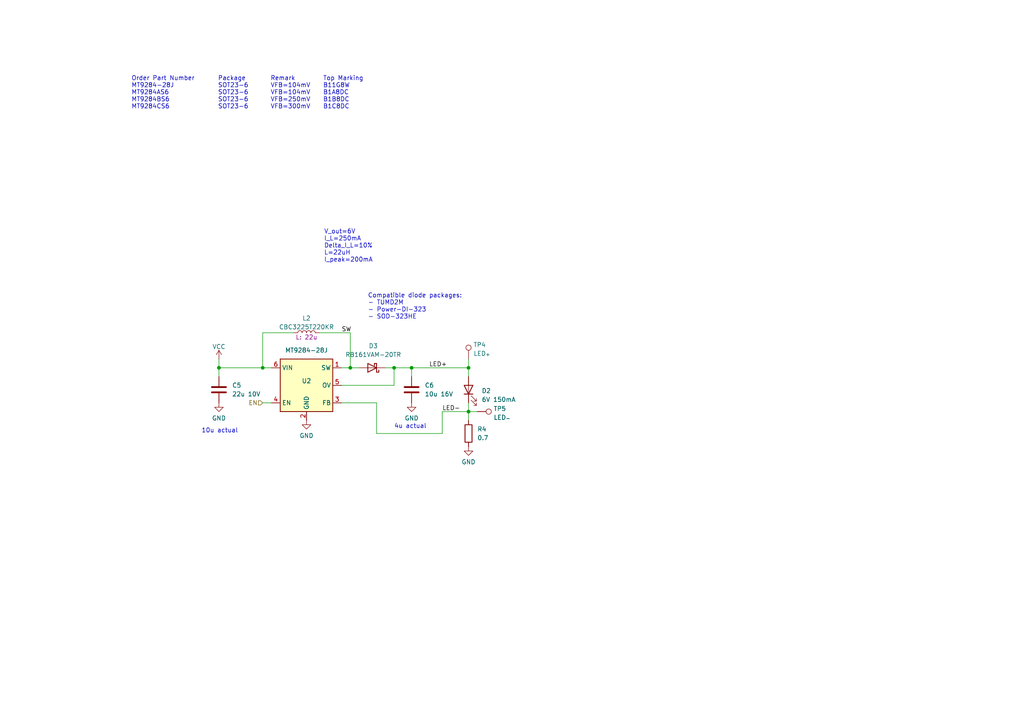
<source format=kicad_sch>
(kicad_sch (version 20231120) (generator "eeschema") (generator_version "8.0")
  (paper "A4")
  (lib_symbols
    (symbol "Connector:TestPoint" (pin_numbers hide) (pin_names (offset 0.762) hide)
      (property "Reference" "TP" (at 0 6.858 0))
      (property "Value" "TestPoint" (at 0 5.08 0))
      (symbol "TestPoint_0_1"
        (circle (center 0 3.302) (radius 0.762))
      )
      (symbol "TestPoint_1_1"
        (pin passive line (at 0 0 90) (length 2.54) (name "1") (number "1"))
      )
    )
    (symbol "Device:C" (pin_numbers hide) (pin_names (offset 0.254))
      (property "Reference" "C" (at 0.635 2.54 0))
      (property "Value" "C" (at 0.635 -2.54 0))
      (symbol "C_0_1"
        (polyline (pts (xy -2.032 -0.762) (xy 2.032 -0.762)) (stroke (width 0.508)))
        (polyline (pts (xy -2.032 0.762) (xy 2.032 0.762)) (stroke (width 0.508)))
      )
      (symbol "C_1_1"
        (pin passive line (at 0 3.81 270) (length 2.794) (name "~") (number "1"))
        (pin passive line (at 0 -3.81 90) (length 2.794) (name "~") (number "2"))
      )
    )
    (symbol "Device:D_Schottky" (pin_numbers hide) (pin_names (offset 1.016) hide)
      (property "Reference" "D" (at 0 2.54 0))
      (property "Value" "D_Schottky" (at 0 -2.54 0))
      (symbol "D_Schottky_0_1"
        (polyline (pts (xy 1.27 0) (xy -1.27 0)))
        (polyline (pts (xy 1.27 1.27) (xy 1.27 -1.27) (xy -1.27 0) (xy 1.27 1.27)) (stroke (width 0.254)))
        (polyline (pts (xy -1.905 0.635) (xy -1.905 1.27) (xy -1.27 1.27) (xy -1.27 -1.27) (xy -0.635 -1.27) (xy -0.635 -0.635)) (stroke (width 0.254)))
      )
      (symbol "D_Schottky_1_1"
        (pin passive line (at -3.81 0 0) (length 2.54) (name "K") (number "1"))
        (pin passive line (at 3.81 0 180) (length 2.54) (name "A") (number "2"))
      )
    )
    (symbol "Device:L" (pin_numbers hide) (pin_names (offset 1.016) hide)
      (property "Reference" "L" (at -1.27 0 90))
      (property "Value" "L" (at 1.905 0 90))
      (symbol "L_0_1"
        (arc (start 0 -2.54) (mid 0.6323 -1.905) (end 0 -1.27))
        (arc (start 0 -1.27) (mid 0.6323 -0.635) (end 0 0))
        (arc (start 0 0) (mid 0.6323 0.635) (end 0 1.27))
        (arc (start 0 1.27) (mid 0.6323 1.905) (end 0 2.54))
      )
      (symbol "L_1_1"
        (pin passive line (at 0 3.81 270) (length 1.27) (name "1") (number "1"))
        (pin passive line (at 0 -3.81 90) (length 1.27) (name "2") (number "2"))
      )
    )
    (symbol "Device:LED" (pin_numbers hide) (pin_names (offset 1.016) hide)
      (property "Reference" "D" (at 0 2.54 0))
      (property "Value" "LED" (at 0 -2.54 0))
      (symbol "LED_0_1"
        (polyline (pts (xy -1.27 -1.27) (xy -1.27 1.27)) (stroke (width 0.254)))
        (polyline (pts (xy -1.27 0) (xy 1.27 0)))
        (polyline (pts (xy 1.27 -1.27) (xy 1.27 1.27) (xy -1.27 0) (xy 1.27 -1.27)) (stroke (width 0.254)))
        (polyline (pts (xy -3.048 -0.762) (xy -4.572 -2.286) (xy -3.81 -2.286) (xy -4.572 -2.286) (xy -4.572 -1.524)))
        (polyline (pts (xy -1.778 -0.762) (xy -3.302 -2.286) (xy -2.54 -2.286) (xy -3.302 -2.286) (xy -3.302 -1.524)))
      )
      (symbol "LED_1_1"
        (pin passive line (at -3.81 0 0) (length 2.54) (name "K") (number "1"))
        (pin passive line (at 3.81 0 180) (length 2.54) (name "A") (number "2"))
      )
    )
    (symbol "Device:R" (pin_numbers hide) (pin_names (offset 0))
      (property "Reference" "R" (at 2.032 0 90))
      (property "Value" "R" (at 0 0 90))
      (symbol "R_0_1"
        (rectangle (start -1.016 -2.54) (end 1.016 2.54) (stroke (width 0.254)))
      )
      (symbol "R_1_1"
        (pin passive line (at 0 3.81 270) (length 1.27) (name "~") (number "1"))
        (pin passive line (at 0 -3.81 90) (length 1.27) (name "~") (number "2"))
      )
    )
    (symbol "Driver_LED:LT3465"
      (property "Reference" "U?" (at 0 13.97 0))
      (property "Value" "MT9284" (at 0 11.43 0))
      (symbol "LT3465_0_1"
        (rectangle (start -7.62 10.16) (end 7.62 -5.08) (stroke (width 0.254)) (fill (type background)))
      )
      (symbol "LT3465_1_1"
        (pin power_in line (at 10.16 7.62 180) (length 2.54) (name "SW") (number "1"))
        (pin power_in line (at 0 -7.62 90) (length 2.54) (name "GND") (number "2"))
        (pin input line (at 10.16 -2.54 180) (length 2.54) (name "FB") (number "3"))
        (pin input line (at -10.16 -2.54 0) (length 2.54) (name "EN") (number "4"))
        (pin input line (at 10.16 2.54 180) (length 2.54) (name "OV") (number "5"))
        (pin power_in line (at -10.16 7.62 0) (length 2.54) (name "VIN") (number "6"))
      )
    )
    (symbol "power:GND" (power) (pin_names (offset 0))
      (property "Value" "GND" (at 0 -3.81 0))
      (symbol "GND_0_1"
        (polyline (pts (xy 0 0) (xy 0 -1.27) (xy 1.27 -1.27) (xy 0 -2.54) (xy -1.27 -1.27) (xy 0 -1.27)))
      )
      (symbol "GND_1_1"
        (pin power_in line (at 0 0 270) (length 0) hide (name "GND") (number "1"))
      )
    )
    (symbol "power:VCC" (power) (pin_names (offset 0))
      (property "Value" "VCC" (at 0 3.81 0))
      (symbol "VCC_0_1"
        (polyline (pts (xy -0.762 1.27) (xy 0 2.54)))
        (polyline (pts (xy 0 0) (xy 0 2.54)))
        (polyline (pts (xy 0 2.54) (xy 0.762 1.27)))
      )
      (symbol "VCC_1_1"
        (pin power_in line (at 0 0 90) (length 0) hide (name "VCC") (number "1"))
      )
    )
  )
  (junction (at 135.89 119.38))
  (junction (at 135.89 106.68))
  (junction (at 76.2 106.68))
  (junction (at 101.6 106.68))
  (junction (at 114.3 106.68))
  (junction (at 119.38 106.68))
  (junction (at 63.5 106.68))
  (wire (pts (xy 114.3 111.76) (xy 114.3 106.68)))
  (wire (pts (xy 101.6 96.52) (xy 101.6 106.68)))
  (wire (pts (xy 135.89 116.84) (xy 135.89 119.38)))
  (wire (pts (xy 135.89 109.22) (xy 135.89 106.68)))
  (wire (pts (xy 109.22 125.73) (xy 128.27 125.73)))
  (wire (pts (xy 128.27 125.73) (xy 128.27 119.38)))
  (wire (pts (xy 63.5 106.68) (xy 76.2 106.68)))
  (wire (pts (xy 101.6 106.68) (xy 99.06 106.68)))
  (wire (pts (xy 104.14 106.68) (xy 101.6 106.68)))
  (wire (pts (xy 63.5 109.22) (xy 63.5 106.68)))
  (wire (pts (xy 114.3 106.68) (xy 119.38 106.68)))
  (wire (pts (xy 135.89 119.38) (xy 138.43 119.38)))
  (wire (pts (xy 119.38 109.22) (xy 119.38 106.68)))
  (wire (pts (xy 128.27 119.38) (xy 135.89 119.38)))
  (wire (pts (xy 135.89 104.14) (xy 135.89 106.68)))
  (wire (pts (xy 63.5 104.14) (xy 63.5 106.68)))
  (wire (pts (xy 76.2 96.52) (xy 76.2 106.68)))
  (wire (pts (xy 119.38 106.68) (xy 135.89 106.68)))
  (wire (pts (xy 135.89 119.38) (xy 135.89 121.92)))
  (wire (pts (xy 99.06 111.76) (xy 114.3 111.76)))
  (wire (pts (xy 92.71 96.52) (xy 101.6 96.52)))
  (wire (pts (xy 99.06 116.84) (xy 109.22 116.84)))
  (wire (pts (xy 114.3 106.68) (xy 111.76 106.68)))
  (wire (pts (xy 76.2 116.84) (xy 78.74 116.84)))
  (wire (pts (xy 76.2 106.68) (xy 78.74 106.68)))
  (wire (pts (xy 109.22 116.84) (xy 109.22 125.73)))
  (wire (pts (xy 85.09 96.52) (xy 76.2 96.52)))
  (text "Order Part Number	Package		Remark		Top Marking\nMT9284-28J			SOT23-6		VFB=104mV	B11G8W\nMT9284AS6			SOT23-6		VFB=104mV	B1A8DC\nMT9284BS6			SOT23-6		VFB=250mV	B1B8DC\nMT9284CS6			SOT23-6		VFB=300mV	B1C8DC" (at 38.1 31.75 0) (effects (font (size 1.27 1.27)) (justify left bottom)))
  (text "Compatible diode packages:\n- TUMD2M\n- Power-DI-323\n- SOD-323HE" (at 106.68 92.71 0) (effects (font (size 1.27 1.27)) (justify left bottom)))
  (text "V_out=6V\nI_L=250mA\nDelta_I_L=10%\nL=22uH\nI_peak=200mA" (at 93.98 76.2 0) (effects (font (size 1.27 1.27)) (justify left bottom)))
  (text "10u actual" (at 58.42 125.73 0) (effects (font (size 1.27 1.27)) (justify left bottom)))
  (text "4u actual" (at 114.3 124.46 0) (effects (font (size 1.27 1.27)) (justify left bottom)))
  (label "LED-" (at 128.27 119.38 0))
  (label "LED+" (at 124.46 106.68 0))
  (label "SW" (at 99.06 96.52 0))
  (hierarchical_label "EN" (shape input) (at 76.2 116.84 180))
  (symbol (lib_id "Device:R") (at 135.89 125.73 0) (unit 1)
    (property "Reference" "R4" (at 138.43 124.46 0) (effects (justify left)))
    (property "Value" "0.7" (at 138.43 127 0) (effects (justify left)))
    (property "Footprint" "Resistor_SMD:R_0805_2012Metric" (effects (hide yes)))
    (property "LCSC" "C175718" (effects (hide yes)))
  )
  (symbol (lib_id "power:GND") (at 135.89 129.54 0) (unit 1)
    (property "Reference" "#PWR0105" (effects (hide yes)))
    (property "Value" "GND" (at 135.89 133.9834 0))
  )
  (symbol (lib_id "Device:C") (at 63.5 113.03 0) (unit 1)
    (property "Reference" "C5" (at 67.31 111.76 0) (effects (justify left)))
    (property "Value" "22u 10V" (at 67.31 114.3 0) (effects (justify left)))
    (property "Footprint" "Capacitor_SMD:C_0805_2012Metric" (effects (hide yes)))
    (property "LCSC" "C29277" (effects (hide yes)))
  )
  (symbol (lib_id "Device:L") (at 88.9 96.52 90) (unit 1)
    (property "Reference" "L2" (at 88.9 92.3122 90))
    (property "Value" "CBC3225T220KR" (at 88.9 94.8491 90))
    (property "Footprint" "Inductor_SMD:L_1210_3225Metric" (effects (hide yes)))
    (property "L" "22u" (at 88.9 97.79 90) (show_name yes))
    (property "LCSC" "C223225" (effects (hide yes)))
  )
  (symbol (lib_id "power:GND") (at 63.5 116.84 0) (unit 1)
    (property "Reference" "#PWR0107" (effects (hide yes)))
    (property "Value" "GND" (at 63.5 121.2834 0))
  )
  (symbol (lib_id "Device:LED") (at 135.89 113.03 90) (unit 1)
    (property "Reference" "D2" (at 139.7 113.3475 90) (effects (justify right)))
    (property "Value" "6V 150mA" (at 139.7 115.8875 90) (effects (justify right)))
    (property "Footprint" "LED_SMD:LED_PLCC_2835_Handsoldering" (effects (hide yes)))
  )
  (symbol (lib_id "Connector:TestPoint") (at 138.43 119.38 270) (unit 1)
    (property "Reference" "TP5" (at 143.129 118.5453 90) (effects (justify left)))
    (property "Value" "LED_{-}" (at 143.129 121.0822 90) (effects (justify left)))
    (property "Footprint" "prj_lib:TestPoint_THTPad_D1.0mm_Drill0.5mm" (effects (hide yes)))
  )
  (symbol (lib_id "Connector:TestPoint") (at 135.89 104.14 0) (unit 1)
    (property "Reference" "TP4" (at 137.287 100.0033 0) (effects (justify left)))
    (property "Value" "LED_{+}" (at 137.287 102.5402 0) (effects (justify left)))
    (property "Footprint" "prj_lib:TestPoint_THTPad_D1.0mm_Drill0.5mm" (effects (hide yes)))
  )
  (symbol (lib_id "power:VCC") (at 63.5 104.14 0) (unit 1)
    (property "Reference" "#PWR0108" (effects (hide yes)))
    (property "Value" "VCC" (at 63.5 100.5642 0))
  )
  (symbol (lib_id "power:GND") (at 119.38 116.84 0) (unit 1)
    (property "Reference" "#PWR0106" (effects (hide yes)))
    (property "Value" "GND" (at 119.38 121.2834 0))
  )
  (symbol (lib_id "Driver_LED:LT3465") (at 88.9 114.3 0) (unit 1)
    (property "Reference" "U2" (at 88.9 110.49 0))
    (property "Value" "MT9284-28J" (at 88.9 101.6 0))
    (property "Footprint" "Package_TO_SOT_SMD:TSOT-23-6" (effects (hide yes)))
    (property "Datasheet" "https://datasheet.lcsc.com/lcsc/1806141217_XI-AN-Aerosemi-Tech-MT9284BS6_C181740.pdf" (effects (hide yes)))
    (property "LCSC" "C181780" (effects (hide yes)))
  )
  (symbol (lib_id "Device:D_Schottky") (at 107.95 106.68 180) (unit 1)
    (property "Reference" "D3" (at 108.2675 100.33 0))
    (property "Value" "RB161VAM-20TR" (at 108.2675 102.87 0))
    (property "Footprint" "Diode_SMD:D_TUMD2" (effects (hide yes)))
    (property "LCSC" "C308725" (effects (hide yes)))
  )
  (symbol (lib_id "Device:C") (at 119.38 113.03 0) (unit 1)
    (property "Reference" "C6" (at 123.19 111.76 0) (effects (justify left)))
    (property "Value" "10u 16V" (at 123.19 114.3 0) (effects (justify left)))
    (property "Footprint" "Capacitor_SMD:C_0805_2012Metric" (effects (hide yes)))
    (property "LCSC" "C1713" (effects (hide yes)))
  )
  (symbol (lib_id "power:GND") (at 88.9 121.92 0) (unit 1)
    (property "Reference" "#PWR0104" (effects (hide yes)))
    (property "Value" "GND" (at 88.9 126.3634 0))
  )
)
</source>
